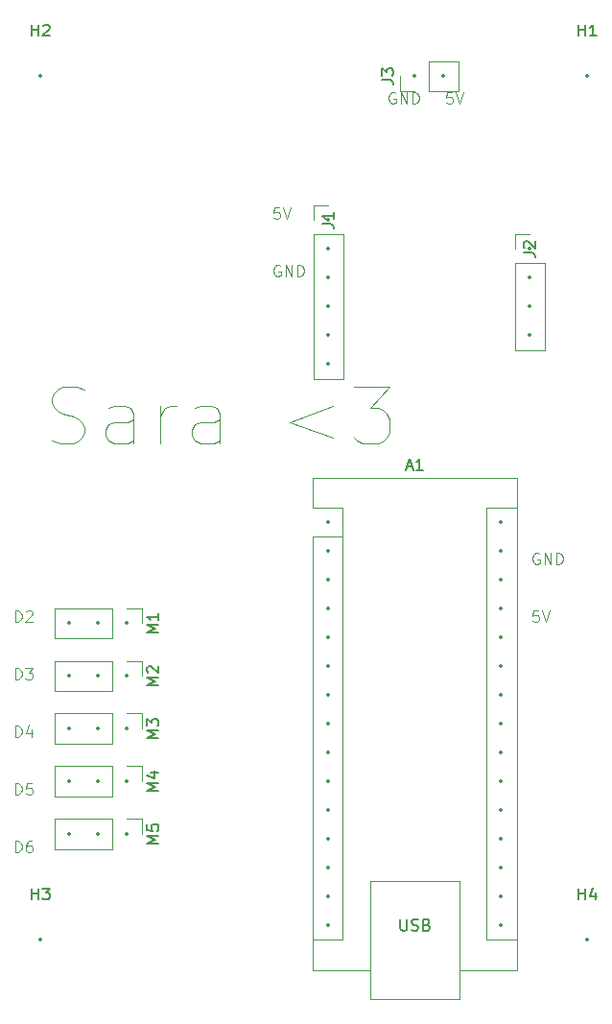
<source format=gto>
%TF.GenerationSoftware,KiCad,Pcbnew,8.0.4-8.0.4-0~ubuntu22.04.1*%
%TF.CreationDate,2024-08-11T20:10:20+02:00*%
%TF.ProjectId,PlaneController,506c616e-6543-46f6-9e74-726f6c6c6572,rev?*%
%TF.SameCoordinates,Original*%
%TF.FileFunction,Legend,Top*%
%TF.FilePolarity,Positive*%
%FSLAX46Y46*%
G04 Gerber Fmt 4.6, Leading zero omitted, Abs format (unit mm)*
G04 Created by KiCad (PCBNEW 8.0.4-8.0.4-0~ubuntu22.04.1) date 2024-08-11 20:10:20*
%MOMM*%
%LPD*%
G01*
G04 APERTURE LIST*
%ADD10C,0.100000*%
%ADD11C,0.150000*%
%ADD12C,0.120000*%
%ADD13C,0.350000*%
G04 APERTURE END LIST*
D10*
X122700074Y-80152419D02*
X122223884Y-80152419D01*
X122223884Y-80152419D02*
X122176265Y-80628609D01*
X122176265Y-80628609D02*
X122223884Y-80580990D01*
X122223884Y-80580990D02*
X122319122Y-80533371D01*
X122319122Y-80533371D02*
X122557217Y-80533371D01*
X122557217Y-80533371D02*
X122652455Y-80580990D01*
X122652455Y-80580990D02*
X122700074Y-80628609D01*
X122700074Y-80628609D02*
X122747693Y-80723847D01*
X122747693Y-80723847D02*
X122747693Y-80961942D01*
X122747693Y-80961942D02*
X122700074Y-81057180D01*
X122700074Y-81057180D02*
X122652455Y-81104800D01*
X122652455Y-81104800D02*
X122557217Y-81152419D01*
X122557217Y-81152419D02*
X122319122Y-81152419D01*
X122319122Y-81152419D02*
X122223884Y-81104800D01*
X122223884Y-81104800D02*
X122176265Y-81057180D01*
X123033408Y-80152419D02*
X123366741Y-81152419D01*
X123366741Y-81152419D02*
X123700074Y-80152419D01*
X76503884Y-86232419D02*
X76503884Y-85232419D01*
X76503884Y-85232419D02*
X76741979Y-85232419D01*
X76741979Y-85232419D02*
X76884836Y-85280038D01*
X76884836Y-85280038D02*
X76980074Y-85375276D01*
X76980074Y-85375276D02*
X77027693Y-85470514D01*
X77027693Y-85470514D02*
X77075312Y-85660990D01*
X77075312Y-85660990D02*
X77075312Y-85803847D01*
X77075312Y-85803847D02*
X77027693Y-85994323D01*
X77027693Y-85994323D02*
X76980074Y-86089561D01*
X76980074Y-86089561D02*
X76884836Y-86184800D01*
X76884836Y-86184800D02*
X76741979Y-86232419D01*
X76741979Y-86232419D02*
X76503884Y-86232419D01*
X77408646Y-85232419D02*
X78027693Y-85232419D01*
X78027693Y-85232419D02*
X77694360Y-85613371D01*
X77694360Y-85613371D02*
X77837217Y-85613371D01*
X77837217Y-85613371D02*
X77932455Y-85660990D01*
X77932455Y-85660990D02*
X77980074Y-85708609D01*
X77980074Y-85708609D02*
X78027693Y-85803847D01*
X78027693Y-85803847D02*
X78027693Y-86041942D01*
X78027693Y-86041942D02*
X77980074Y-86137180D01*
X77980074Y-86137180D02*
X77932455Y-86184800D01*
X77932455Y-86184800D02*
X77837217Y-86232419D01*
X77837217Y-86232419D02*
X77551503Y-86232419D01*
X77551503Y-86232419D02*
X77456265Y-86184800D01*
X77456265Y-86184800D02*
X77408646Y-86137180D01*
X79758169Y-65184800D02*
X80472455Y-65422895D01*
X80472455Y-65422895D02*
X81662931Y-65422895D01*
X81662931Y-65422895D02*
X82139122Y-65184800D01*
X82139122Y-65184800D02*
X82377217Y-64946704D01*
X82377217Y-64946704D02*
X82615312Y-64470514D01*
X82615312Y-64470514D02*
X82615312Y-63994323D01*
X82615312Y-63994323D02*
X82377217Y-63518133D01*
X82377217Y-63518133D02*
X82139122Y-63280038D01*
X82139122Y-63280038D02*
X81662931Y-63041942D01*
X81662931Y-63041942D02*
X80710550Y-62803847D01*
X80710550Y-62803847D02*
X80234360Y-62565752D01*
X80234360Y-62565752D02*
X79996265Y-62327657D01*
X79996265Y-62327657D02*
X79758169Y-61851466D01*
X79758169Y-61851466D02*
X79758169Y-61375276D01*
X79758169Y-61375276D02*
X79996265Y-60899085D01*
X79996265Y-60899085D02*
X80234360Y-60660990D01*
X80234360Y-60660990D02*
X80710550Y-60422895D01*
X80710550Y-60422895D02*
X81901027Y-60422895D01*
X81901027Y-60422895D02*
X82615312Y-60660990D01*
X86901027Y-65422895D02*
X86901027Y-62803847D01*
X86901027Y-62803847D02*
X86662932Y-62327657D01*
X86662932Y-62327657D02*
X86186741Y-62089561D01*
X86186741Y-62089561D02*
X85234360Y-62089561D01*
X85234360Y-62089561D02*
X84758170Y-62327657D01*
X86901027Y-65184800D02*
X86424836Y-65422895D01*
X86424836Y-65422895D02*
X85234360Y-65422895D01*
X85234360Y-65422895D02*
X84758170Y-65184800D01*
X84758170Y-65184800D02*
X84520074Y-64708609D01*
X84520074Y-64708609D02*
X84520074Y-64232419D01*
X84520074Y-64232419D02*
X84758170Y-63756228D01*
X84758170Y-63756228D02*
X85234360Y-63518133D01*
X85234360Y-63518133D02*
X86424836Y-63518133D01*
X86424836Y-63518133D02*
X86901027Y-63280038D01*
X89281980Y-65422895D02*
X89281980Y-62089561D01*
X89281980Y-63041942D02*
X89520075Y-62565752D01*
X89520075Y-62565752D02*
X89758170Y-62327657D01*
X89758170Y-62327657D02*
X90234361Y-62089561D01*
X90234361Y-62089561D02*
X90710551Y-62089561D01*
X94520075Y-65422895D02*
X94520075Y-62803847D01*
X94520075Y-62803847D02*
X94281980Y-62327657D01*
X94281980Y-62327657D02*
X93805789Y-62089561D01*
X93805789Y-62089561D02*
X92853408Y-62089561D01*
X92853408Y-62089561D02*
X92377218Y-62327657D01*
X94520075Y-65184800D02*
X94043884Y-65422895D01*
X94043884Y-65422895D02*
X92853408Y-65422895D01*
X92853408Y-65422895D02*
X92377218Y-65184800D01*
X92377218Y-65184800D02*
X92139122Y-64708609D01*
X92139122Y-64708609D02*
X92139122Y-64232419D01*
X92139122Y-64232419D02*
X92377218Y-63756228D01*
X92377218Y-63756228D02*
X92853408Y-63518133D01*
X92853408Y-63518133D02*
X94043884Y-63518133D01*
X94043884Y-63518133D02*
X94520075Y-63280038D01*
X104520076Y-62089561D02*
X100710552Y-63518133D01*
X100710552Y-63518133D02*
X104520076Y-64946704D01*
X106424837Y-60422895D02*
X109520075Y-60422895D01*
X109520075Y-60422895D02*
X107853409Y-62327657D01*
X107853409Y-62327657D02*
X108567694Y-62327657D01*
X108567694Y-62327657D02*
X109043885Y-62565752D01*
X109043885Y-62565752D02*
X109281980Y-62803847D01*
X109281980Y-62803847D02*
X109520075Y-63280038D01*
X109520075Y-63280038D02*
X109520075Y-64470514D01*
X109520075Y-64470514D02*
X109281980Y-64946704D01*
X109281980Y-64946704D02*
X109043885Y-65184800D01*
X109043885Y-65184800D02*
X108567694Y-65422895D01*
X108567694Y-65422895D02*
X107139123Y-65422895D01*
X107139123Y-65422895D02*
X106662932Y-65184800D01*
X106662932Y-65184800D02*
X106424837Y-64946704D01*
X122747693Y-75120038D02*
X122652455Y-75072419D01*
X122652455Y-75072419D02*
X122509598Y-75072419D01*
X122509598Y-75072419D02*
X122366741Y-75120038D01*
X122366741Y-75120038D02*
X122271503Y-75215276D01*
X122271503Y-75215276D02*
X122223884Y-75310514D01*
X122223884Y-75310514D02*
X122176265Y-75500990D01*
X122176265Y-75500990D02*
X122176265Y-75643847D01*
X122176265Y-75643847D02*
X122223884Y-75834323D01*
X122223884Y-75834323D02*
X122271503Y-75929561D01*
X122271503Y-75929561D02*
X122366741Y-76024800D01*
X122366741Y-76024800D02*
X122509598Y-76072419D01*
X122509598Y-76072419D02*
X122604836Y-76072419D01*
X122604836Y-76072419D02*
X122747693Y-76024800D01*
X122747693Y-76024800D02*
X122795312Y-75977180D01*
X122795312Y-75977180D02*
X122795312Y-75643847D01*
X122795312Y-75643847D02*
X122604836Y-75643847D01*
X123223884Y-76072419D02*
X123223884Y-75072419D01*
X123223884Y-75072419D02*
X123795312Y-76072419D01*
X123795312Y-76072419D02*
X123795312Y-75072419D01*
X124271503Y-76072419D02*
X124271503Y-75072419D01*
X124271503Y-75072419D02*
X124509598Y-75072419D01*
X124509598Y-75072419D02*
X124652455Y-75120038D01*
X124652455Y-75120038D02*
X124747693Y-75215276D01*
X124747693Y-75215276D02*
X124795312Y-75310514D01*
X124795312Y-75310514D02*
X124842931Y-75500990D01*
X124842931Y-75500990D02*
X124842931Y-75643847D01*
X124842931Y-75643847D02*
X124795312Y-75834323D01*
X124795312Y-75834323D02*
X124747693Y-75929561D01*
X124747693Y-75929561D02*
X124652455Y-76024800D01*
X124652455Y-76024800D02*
X124509598Y-76072419D01*
X124509598Y-76072419D02*
X124271503Y-76072419D01*
X76503884Y-81152419D02*
X76503884Y-80152419D01*
X76503884Y-80152419D02*
X76741979Y-80152419D01*
X76741979Y-80152419D02*
X76884836Y-80200038D01*
X76884836Y-80200038D02*
X76980074Y-80295276D01*
X76980074Y-80295276D02*
X77027693Y-80390514D01*
X77027693Y-80390514D02*
X77075312Y-80580990D01*
X77075312Y-80580990D02*
X77075312Y-80723847D01*
X77075312Y-80723847D02*
X77027693Y-80914323D01*
X77027693Y-80914323D02*
X76980074Y-81009561D01*
X76980074Y-81009561D02*
X76884836Y-81104800D01*
X76884836Y-81104800D02*
X76741979Y-81152419D01*
X76741979Y-81152419D02*
X76503884Y-81152419D01*
X77456265Y-80247657D02*
X77503884Y-80200038D01*
X77503884Y-80200038D02*
X77599122Y-80152419D01*
X77599122Y-80152419D02*
X77837217Y-80152419D01*
X77837217Y-80152419D02*
X77932455Y-80200038D01*
X77932455Y-80200038D02*
X77980074Y-80247657D01*
X77980074Y-80247657D02*
X78027693Y-80342895D01*
X78027693Y-80342895D02*
X78027693Y-80438133D01*
X78027693Y-80438133D02*
X77980074Y-80580990D01*
X77980074Y-80580990D02*
X77408646Y-81152419D01*
X77408646Y-81152419D02*
X78027693Y-81152419D01*
X76503884Y-101472419D02*
X76503884Y-100472419D01*
X76503884Y-100472419D02*
X76741979Y-100472419D01*
X76741979Y-100472419D02*
X76884836Y-100520038D01*
X76884836Y-100520038D02*
X76980074Y-100615276D01*
X76980074Y-100615276D02*
X77027693Y-100710514D01*
X77027693Y-100710514D02*
X77075312Y-100900990D01*
X77075312Y-100900990D02*
X77075312Y-101043847D01*
X77075312Y-101043847D02*
X77027693Y-101234323D01*
X77027693Y-101234323D02*
X76980074Y-101329561D01*
X76980074Y-101329561D02*
X76884836Y-101424800D01*
X76884836Y-101424800D02*
X76741979Y-101472419D01*
X76741979Y-101472419D02*
X76503884Y-101472419D01*
X77932455Y-100472419D02*
X77741979Y-100472419D01*
X77741979Y-100472419D02*
X77646741Y-100520038D01*
X77646741Y-100520038D02*
X77599122Y-100567657D01*
X77599122Y-100567657D02*
X77503884Y-100710514D01*
X77503884Y-100710514D02*
X77456265Y-100900990D01*
X77456265Y-100900990D02*
X77456265Y-101281942D01*
X77456265Y-101281942D02*
X77503884Y-101377180D01*
X77503884Y-101377180D02*
X77551503Y-101424800D01*
X77551503Y-101424800D02*
X77646741Y-101472419D01*
X77646741Y-101472419D02*
X77837217Y-101472419D01*
X77837217Y-101472419D02*
X77932455Y-101424800D01*
X77932455Y-101424800D02*
X77980074Y-101377180D01*
X77980074Y-101377180D02*
X78027693Y-101281942D01*
X78027693Y-101281942D02*
X78027693Y-101043847D01*
X78027693Y-101043847D02*
X77980074Y-100948609D01*
X77980074Y-100948609D02*
X77932455Y-100900990D01*
X77932455Y-100900990D02*
X77837217Y-100853371D01*
X77837217Y-100853371D02*
X77646741Y-100853371D01*
X77646741Y-100853371D02*
X77551503Y-100900990D01*
X77551503Y-100900990D02*
X77503884Y-100948609D01*
X77503884Y-100948609D02*
X77456265Y-101043847D01*
X110047693Y-34480038D02*
X109952455Y-34432419D01*
X109952455Y-34432419D02*
X109809598Y-34432419D01*
X109809598Y-34432419D02*
X109666741Y-34480038D01*
X109666741Y-34480038D02*
X109571503Y-34575276D01*
X109571503Y-34575276D02*
X109523884Y-34670514D01*
X109523884Y-34670514D02*
X109476265Y-34860990D01*
X109476265Y-34860990D02*
X109476265Y-35003847D01*
X109476265Y-35003847D02*
X109523884Y-35194323D01*
X109523884Y-35194323D02*
X109571503Y-35289561D01*
X109571503Y-35289561D02*
X109666741Y-35384800D01*
X109666741Y-35384800D02*
X109809598Y-35432419D01*
X109809598Y-35432419D02*
X109904836Y-35432419D01*
X109904836Y-35432419D02*
X110047693Y-35384800D01*
X110047693Y-35384800D02*
X110095312Y-35337180D01*
X110095312Y-35337180D02*
X110095312Y-35003847D01*
X110095312Y-35003847D02*
X109904836Y-35003847D01*
X110523884Y-35432419D02*
X110523884Y-34432419D01*
X110523884Y-34432419D02*
X111095312Y-35432419D01*
X111095312Y-35432419D02*
X111095312Y-34432419D01*
X111571503Y-35432419D02*
X111571503Y-34432419D01*
X111571503Y-34432419D02*
X111809598Y-34432419D01*
X111809598Y-34432419D02*
X111952455Y-34480038D01*
X111952455Y-34480038D02*
X112047693Y-34575276D01*
X112047693Y-34575276D02*
X112095312Y-34670514D01*
X112095312Y-34670514D02*
X112142931Y-34860990D01*
X112142931Y-34860990D02*
X112142931Y-35003847D01*
X112142931Y-35003847D02*
X112095312Y-35194323D01*
X112095312Y-35194323D02*
X112047693Y-35289561D01*
X112047693Y-35289561D02*
X111952455Y-35384800D01*
X111952455Y-35384800D02*
X111809598Y-35432419D01*
X111809598Y-35432419D02*
X111571503Y-35432419D01*
X76503884Y-91312419D02*
X76503884Y-90312419D01*
X76503884Y-90312419D02*
X76741979Y-90312419D01*
X76741979Y-90312419D02*
X76884836Y-90360038D01*
X76884836Y-90360038D02*
X76980074Y-90455276D01*
X76980074Y-90455276D02*
X77027693Y-90550514D01*
X77027693Y-90550514D02*
X77075312Y-90740990D01*
X77075312Y-90740990D02*
X77075312Y-90883847D01*
X77075312Y-90883847D02*
X77027693Y-91074323D01*
X77027693Y-91074323D02*
X76980074Y-91169561D01*
X76980074Y-91169561D02*
X76884836Y-91264800D01*
X76884836Y-91264800D02*
X76741979Y-91312419D01*
X76741979Y-91312419D02*
X76503884Y-91312419D01*
X77932455Y-90645752D02*
X77932455Y-91312419D01*
X77694360Y-90264800D02*
X77456265Y-90979085D01*
X77456265Y-90979085D02*
X78075312Y-90979085D01*
X99887693Y-49720038D02*
X99792455Y-49672419D01*
X99792455Y-49672419D02*
X99649598Y-49672419D01*
X99649598Y-49672419D02*
X99506741Y-49720038D01*
X99506741Y-49720038D02*
X99411503Y-49815276D01*
X99411503Y-49815276D02*
X99363884Y-49910514D01*
X99363884Y-49910514D02*
X99316265Y-50100990D01*
X99316265Y-50100990D02*
X99316265Y-50243847D01*
X99316265Y-50243847D02*
X99363884Y-50434323D01*
X99363884Y-50434323D02*
X99411503Y-50529561D01*
X99411503Y-50529561D02*
X99506741Y-50624800D01*
X99506741Y-50624800D02*
X99649598Y-50672419D01*
X99649598Y-50672419D02*
X99744836Y-50672419D01*
X99744836Y-50672419D02*
X99887693Y-50624800D01*
X99887693Y-50624800D02*
X99935312Y-50577180D01*
X99935312Y-50577180D02*
X99935312Y-50243847D01*
X99935312Y-50243847D02*
X99744836Y-50243847D01*
X100363884Y-50672419D02*
X100363884Y-49672419D01*
X100363884Y-49672419D02*
X100935312Y-50672419D01*
X100935312Y-50672419D02*
X100935312Y-49672419D01*
X101411503Y-50672419D02*
X101411503Y-49672419D01*
X101411503Y-49672419D02*
X101649598Y-49672419D01*
X101649598Y-49672419D02*
X101792455Y-49720038D01*
X101792455Y-49720038D02*
X101887693Y-49815276D01*
X101887693Y-49815276D02*
X101935312Y-49910514D01*
X101935312Y-49910514D02*
X101982931Y-50100990D01*
X101982931Y-50100990D02*
X101982931Y-50243847D01*
X101982931Y-50243847D02*
X101935312Y-50434323D01*
X101935312Y-50434323D02*
X101887693Y-50529561D01*
X101887693Y-50529561D02*
X101792455Y-50624800D01*
X101792455Y-50624800D02*
X101649598Y-50672419D01*
X101649598Y-50672419D02*
X101411503Y-50672419D01*
X99840074Y-44592419D02*
X99363884Y-44592419D01*
X99363884Y-44592419D02*
X99316265Y-45068609D01*
X99316265Y-45068609D02*
X99363884Y-45020990D01*
X99363884Y-45020990D02*
X99459122Y-44973371D01*
X99459122Y-44973371D02*
X99697217Y-44973371D01*
X99697217Y-44973371D02*
X99792455Y-45020990D01*
X99792455Y-45020990D02*
X99840074Y-45068609D01*
X99840074Y-45068609D02*
X99887693Y-45163847D01*
X99887693Y-45163847D02*
X99887693Y-45401942D01*
X99887693Y-45401942D02*
X99840074Y-45497180D01*
X99840074Y-45497180D02*
X99792455Y-45544800D01*
X99792455Y-45544800D02*
X99697217Y-45592419D01*
X99697217Y-45592419D02*
X99459122Y-45592419D01*
X99459122Y-45592419D02*
X99363884Y-45544800D01*
X99363884Y-45544800D02*
X99316265Y-45497180D01*
X100173408Y-44592419D02*
X100506741Y-45592419D01*
X100506741Y-45592419D02*
X100840074Y-44592419D01*
X115080074Y-34432419D02*
X114603884Y-34432419D01*
X114603884Y-34432419D02*
X114556265Y-34908609D01*
X114556265Y-34908609D02*
X114603884Y-34860990D01*
X114603884Y-34860990D02*
X114699122Y-34813371D01*
X114699122Y-34813371D02*
X114937217Y-34813371D01*
X114937217Y-34813371D02*
X115032455Y-34860990D01*
X115032455Y-34860990D02*
X115080074Y-34908609D01*
X115080074Y-34908609D02*
X115127693Y-35003847D01*
X115127693Y-35003847D02*
X115127693Y-35241942D01*
X115127693Y-35241942D02*
X115080074Y-35337180D01*
X115080074Y-35337180D02*
X115032455Y-35384800D01*
X115032455Y-35384800D02*
X114937217Y-35432419D01*
X114937217Y-35432419D02*
X114699122Y-35432419D01*
X114699122Y-35432419D02*
X114603884Y-35384800D01*
X114603884Y-35384800D02*
X114556265Y-35337180D01*
X115413408Y-34432419D02*
X115746741Y-35432419D01*
X115746741Y-35432419D02*
X116080074Y-34432419D01*
X76503884Y-96392419D02*
X76503884Y-95392419D01*
X76503884Y-95392419D02*
X76741979Y-95392419D01*
X76741979Y-95392419D02*
X76884836Y-95440038D01*
X76884836Y-95440038D02*
X76980074Y-95535276D01*
X76980074Y-95535276D02*
X77027693Y-95630514D01*
X77027693Y-95630514D02*
X77075312Y-95820990D01*
X77075312Y-95820990D02*
X77075312Y-95963847D01*
X77075312Y-95963847D02*
X77027693Y-96154323D01*
X77027693Y-96154323D02*
X76980074Y-96249561D01*
X76980074Y-96249561D02*
X76884836Y-96344800D01*
X76884836Y-96344800D02*
X76741979Y-96392419D01*
X76741979Y-96392419D02*
X76503884Y-96392419D01*
X77980074Y-95392419D02*
X77503884Y-95392419D01*
X77503884Y-95392419D02*
X77456265Y-95868609D01*
X77456265Y-95868609D02*
X77503884Y-95820990D01*
X77503884Y-95820990D02*
X77599122Y-95773371D01*
X77599122Y-95773371D02*
X77837217Y-95773371D01*
X77837217Y-95773371D02*
X77932455Y-95820990D01*
X77932455Y-95820990D02*
X77980074Y-95868609D01*
X77980074Y-95868609D02*
X78027693Y-95963847D01*
X78027693Y-95963847D02*
X78027693Y-96201942D01*
X78027693Y-96201942D02*
X77980074Y-96297180D01*
X77980074Y-96297180D02*
X77932455Y-96344800D01*
X77932455Y-96344800D02*
X77837217Y-96392419D01*
X77837217Y-96392419D02*
X77599122Y-96392419D01*
X77599122Y-96392419D02*
X77503884Y-96344800D01*
X77503884Y-96344800D02*
X77456265Y-96297180D01*
D11*
X111055714Y-67479104D02*
X111531904Y-67479104D01*
X110960476Y-67764819D02*
X111293809Y-66764819D01*
X111293809Y-66764819D02*
X111627142Y-67764819D01*
X112484285Y-67764819D02*
X111912857Y-67764819D01*
X112198571Y-67764819D02*
X112198571Y-66764819D01*
X112198571Y-66764819D02*
X112103333Y-66907676D01*
X112103333Y-66907676D02*
X112008095Y-67002914D01*
X112008095Y-67002914D02*
X111912857Y-67050533D01*
X110508095Y-107404819D02*
X110508095Y-108214342D01*
X110508095Y-108214342D02*
X110555714Y-108309580D01*
X110555714Y-108309580D02*
X110603333Y-108357200D01*
X110603333Y-108357200D02*
X110698571Y-108404819D01*
X110698571Y-108404819D02*
X110889047Y-108404819D01*
X110889047Y-108404819D02*
X110984285Y-108357200D01*
X110984285Y-108357200D02*
X111031904Y-108309580D01*
X111031904Y-108309580D02*
X111079523Y-108214342D01*
X111079523Y-108214342D02*
X111079523Y-107404819D01*
X111508095Y-108357200D02*
X111650952Y-108404819D01*
X111650952Y-108404819D02*
X111889047Y-108404819D01*
X111889047Y-108404819D02*
X111984285Y-108357200D01*
X111984285Y-108357200D02*
X112031904Y-108309580D01*
X112031904Y-108309580D02*
X112079523Y-108214342D01*
X112079523Y-108214342D02*
X112079523Y-108119104D01*
X112079523Y-108119104D02*
X112031904Y-108023866D01*
X112031904Y-108023866D02*
X111984285Y-107976247D01*
X111984285Y-107976247D02*
X111889047Y-107928628D01*
X111889047Y-107928628D02*
X111698571Y-107881009D01*
X111698571Y-107881009D02*
X111603333Y-107833390D01*
X111603333Y-107833390D02*
X111555714Y-107785771D01*
X111555714Y-107785771D02*
X111508095Y-107690533D01*
X111508095Y-107690533D02*
X111508095Y-107595295D01*
X111508095Y-107595295D02*
X111555714Y-107500057D01*
X111555714Y-107500057D02*
X111603333Y-107452438D01*
X111603333Y-107452438D02*
X111698571Y-107404819D01*
X111698571Y-107404819D02*
X111936666Y-107404819D01*
X111936666Y-107404819D02*
X112079523Y-107452438D01*
X112841428Y-107881009D02*
X112984285Y-107928628D01*
X112984285Y-107928628D02*
X113031904Y-107976247D01*
X113031904Y-107976247D02*
X113079523Y-108071485D01*
X113079523Y-108071485D02*
X113079523Y-108214342D01*
X113079523Y-108214342D02*
X113031904Y-108309580D01*
X113031904Y-108309580D02*
X112984285Y-108357200D01*
X112984285Y-108357200D02*
X112889047Y-108404819D01*
X112889047Y-108404819D02*
X112508095Y-108404819D01*
X112508095Y-108404819D02*
X112508095Y-107404819D01*
X112508095Y-107404819D02*
X112841428Y-107404819D01*
X112841428Y-107404819D02*
X112936666Y-107452438D01*
X112936666Y-107452438D02*
X112984285Y-107500057D01*
X112984285Y-107500057D02*
X113031904Y-107595295D01*
X113031904Y-107595295D02*
X113031904Y-107690533D01*
X113031904Y-107690533D02*
X112984285Y-107785771D01*
X112984285Y-107785771D02*
X112936666Y-107833390D01*
X112936666Y-107833390D02*
X112841428Y-107881009D01*
X112841428Y-107881009D02*
X112508095Y-107881009D01*
X121374819Y-48593333D02*
X122089104Y-48593333D01*
X122089104Y-48593333D02*
X122231961Y-48640952D01*
X122231961Y-48640952D02*
X122327200Y-48736190D01*
X122327200Y-48736190D02*
X122374819Y-48879047D01*
X122374819Y-48879047D02*
X122374819Y-48974285D01*
X121470057Y-48164761D02*
X121422438Y-48117142D01*
X121422438Y-48117142D02*
X121374819Y-48021904D01*
X121374819Y-48021904D02*
X121374819Y-47783809D01*
X121374819Y-47783809D02*
X121422438Y-47688571D01*
X121422438Y-47688571D02*
X121470057Y-47640952D01*
X121470057Y-47640952D02*
X121565295Y-47593333D01*
X121565295Y-47593333D02*
X121660533Y-47593333D01*
X121660533Y-47593333D02*
X121803390Y-47640952D01*
X121803390Y-47640952D02*
X122374819Y-48212380D01*
X122374819Y-48212380D02*
X122374819Y-47593333D01*
X77978095Y-29474819D02*
X77978095Y-28474819D01*
X77978095Y-28951009D02*
X78549523Y-28951009D01*
X78549523Y-29474819D02*
X78549523Y-28474819D01*
X78978095Y-28570057D02*
X79025714Y-28522438D01*
X79025714Y-28522438D02*
X79120952Y-28474819D01*
X79120952Y-28474819D02*
X79359047Y-28474819D01*
X79359047Y-28474819D02*
X79454285Y-28522438D01*
X79454285Y-28522438D02*
X79501904Y-28570057D01*
X79501904Y-28570057D02*
X79549523Y-28665295D01*
X79549523Y-28665295D02*
X79549523Y-28760533D01*
X79549523Y-28760533D02*
X79501904Y-28903390D01*
X79501904Y-28903390D02*
X78930476Y-29474819D01*
X78930476Y-29474819D02*
X79549523Y-29474819D01*
X77978095Y-105674819D02*
X77978095Y-104674819D01*
X77978095Y-105151009D02*
X78549523Y-105151009D01*
X78549523Y-105674819D02*
X78549523Y-104674819D01*
X78930476Y-104674819D02*
X79549523Y-104674819D01*
X79549523Y-104674819D02*
X79216190Y-105055771D01*
X79216190Y-105055771D02*
X79359047Y-105055771D01*
X79359047Y-105055771D02*
X79454285Y-105103390D01*
X79454285Y-105103390D02*
X79501904Y-105151009D01*
X79501904Y-105151009D02*
X79549523Y-105246247D01*
X79549523Y-105246247D02*
X79549523Y-105484342D01*
X79549523Y-105484342D02*
X79501904Y-105579580D01*
X79501904Y-105579580D02*
X79454285Y-105627200D01*
X79454285Y-105627200D02*
X79359047Y-105674819D01*
X79359047Y-105674819D02*
X79073333Y-105674819D01*
X79073333Y-105674819D02*
X78978095Y-105627200D01*
X78978095Y-105627200D02*
X78930476Y-105579580D01*
X89144819Y-86739523D02*
X88144819Y-86739523D01*
X88144819Y-86739523D02*
X88859104Y-86406190D01*
X88859104Y-86406190D02*
X88144819Y-86072857D01*
X88144819Y-86072857D02*
X89144819Y-86072857D01*
X88240057Y-85644285D02*
X88192438Y-85596666D01*
X88192438Y-85596666D02*
X88144819Y-85501428D01*
X88144819Y-85501428D02*
X88144819Y-85263333D01*
X88144819Y-85263333D02*
X88192438Y-85168095D01*
X88192438Y-85168095D02*
X88240057Y-85120476D01*
X88240057Y-85120476D02*
X88335295Y-85072857D01*
X88335295Y-85072857D02*
X88430533Y-85072857D01*
X88430533Y-85072857D02*
X88573390Y-85120476D01*
X88573390Y-85120476D02*
X89144819Y-85691904D01*
X89144819Y-85691904D02*
X89144819Y-85072857D01*
X108884819Y-33353333D02*
X109599104Y-33353333D01*
X109599104Y-33353333D02*
X109741961Y-33400952D01*
X109741961Y-33400952D02*
X109837200Y-33496190D01*
X109837200Y-33496190D02*
X109884819Y-33639047D01*
X109884819Y-33639047D02*
X109884819Y-33734285D01*
X108884819Y-32972380D02*
X108884819Y-32353333D01*
X108884819Y-32353333D02*
X109265771Y-32686666D01*
X109265771Y-32686666D02*
X109265771Y-32543809D01*
X109265771Y-32543809D02*
X109313390Y-32448571D01*
X109313390Y-32448571D02*
X109361009Y-32400952D01*
X109361009Y-32400952D02*
X109456247Y-32353333D01*
X109456247Y-32353333D02*
X109694342Y-32353333D01*
X109694342Y-32353333D02*
X109789580Y-32400952D01*
X109789580Y-32400952D02*
X109837200Y-32448571D01*
X109837200Y-32448571D02*
X109884819Y-32543809D01*
X109884819Y-32543809D02*
X109884819Y-32829523D01*
X109884819Y-32829523D02*
X109837200Y-32924761D01*
X109837200Y-32924761D02*
X109789580Y-32972380D01*
X89144819Y-91389523D02*
X88144819Y-91389523D01*
X88144819Y-91389523D02*
X88859104Y-91056190D01*
X88859104Y-91056190D02*
X88144819Y-90722857D01*
X88144819Y-90722857D02*
X89144819Y-90722857D01*
X88144819Y-90341904D02*
X88144819Y-89722857D01*
X88144819Y-89722857D02*
X88525771Y-90056190D01*
X88525771Y-90056190D02*
X88525771Y-89913333D01*
X88525771Y-89913333D02*
X88573390Y-89818095D01*
X88573390Y-89818095D02*
X88621009Y-89770476D01*
X88621009Y-89770476D02*
X88716247Y-89722857D01*
X88716247Y-89722857D02*
X88954342Y-89722857D01*
X88954342Y-89722857D02*
X89049580Y-89770476D01*
X89049580Y-89770476D02*
X89097200Y-89818095D01*
X89097200Y-89818095D02*
X89144819Y-89913333D01*
X89144819Y-89913333D02*
X89144819Y-90199047D01*
X89144819Y-90199047D02*
X89097200Y-90294285D01*
X89097200Y-90294285D02*
X89049580Y-90341904D01*
X89144819Y-100689523D02*
X88144819Y-100689523D01*
X88144819Y-100689523D02*
X88859104Y-100356190D01*
X88859104Y-100356190D02*
X88144819Y-100022857D01*
X88144819Y-100022857D02*
X89144819Y-100022857D01*
X88144819Y-99070476D02*
X88144819Y-99546666D01*
X88144819Y-99546666D02*
X88621009Y-99594285D01*
X88621009Y-99594285D02*
X88573390Y-99546666D01*
X88573390Y-99546666D02*
X88525771Y-99451428D01*
X88525771Y-99451428D02*
X88525771Y-99213333D01*
X88525771Y-99213333D02*
X88573390Y-99118095D01*
X88573390Y-99118095D02*
X88621009Y-99070476D01*
X88621009Y-99070476D02*
X88716247Y-99022857D01*
X88716247Y-99022857D02*
X88954342Y-99022857D01*
X88954342Y-99022857D02*
X89049580Y-99070476D01*
X89049580Y-99070476D02*
X89097200Y-99118095D01*
X89097200Y-99118095D02*
X89144819Y-99213333D01*
X89144819Y-99213333D02*
X89144819Y-99451428D01*
X89144819Y-99451428D02*
X89097200Y-99546666D01*
X89097200Y-99546666D02*
X89049580Y-99594285D01*
X89144819Y-96039523D02*
X88144819Y-96039523D01*
X88144819Y-96039523D02*
X88859104Y-95706190D01*
X88859104Y-95706190D02*
X88144819Y-95372857D01*
X88144819Y-95372857D02*
X89144819Y-95372857D01*
X88478152Y-94468095D02*
X89144819Y-94468095D01*
X88097200Y-94706190D02*
X88811485Y-94944285D01*
X88811485Y-94944285D02*
X88811485Y-94325238D01*
X126238095Y-29474819D02*
X126238095Y-28474819D01*
X126238095Y-28951009D02*
X126809523Y-28951009D01*
X126809523Y-29474819D02*
X126809523Y-28474819D01*
X127809523Y-29474819D02*
X127238095Y-29474819D01*
X127523809Y-29474819D02*
X127523809Y-28474819D01*
X127523809Y-28474819D02*
X127428571Y-28617676D01*
X127428571Y-28617676D02*
X127333333Y-28712914D01*
X127333333Y-28712914D02*
X127238095Y-28760533D01*
X126238095Y-105674819D02*
X126238095Y-104674819D01*
X126238095Y-105151009D02*
X126809523Y-105151009D01*
X126809523Y-105674819D02*
X126809523Y-104674819D01*
X127714285Y-105008152D02*
X127714285Y-105674819D01*
X127476190Y-104627200D02*
X127238095Y-105341485D01*
X127238095Y-105341485D02*
X127857142Y-105341485D01*
X103594819Y-46053333D02*
X104309104Y-46053333D01*
X104309104Y-46053333D02*
X104451961Y-46100952D01*
X104451961Y-46100952D02*
X104547200Y-46196190D01*
X104547200Y-46196190D02*
X104594819Y-46339047D01*
X104594819Y-46339047D02*
X104594819Y-46434285D01*
X104594819Y-45053333D02*
X104594819Y-45624761D01*
X104594819Y-45339047D02*
X103594819Y-45339047D01*
X103594819Y-45339047D02*
X103737676Y-45434285D01*
X103737676Y-45434285D02*
X103832914Y-45529523D01*
X103832914Y-45529523D02*
X103880533Y-45624761D01*
X89144819Y-82089523D02*
X88144819Y-82089523D01*
X88144819Y-82089523D02*
X88859104Y-81756190D01*
X88859104Y-81756190D02*
X88144819Y-81422857D01*
X88144819Y-81422857D02*
X89144819Y-81422857D01*
X89144819Y-80422857D02*
X89144819Y-80994285D01*
X89144819Y-80708571D02*
X88144819Y-80708571D01*
X88144819Y-80708571D02*
X88287676Y-80803809D01*
X88287676Y-80803809D02*
X88382914Y-80899047D01*
X88382914Y-80899047D02*
X88430533Y-80994285D01*
D12*
%TO.C,A1*%
X102750000Y-68450000D02*
X102750000Y-71120000D01*
X102750000Y-73660000D02*
X102750000Y-111890000D01*
X102750000Y-111890000D02*
X107830000Y-111890000D01*
X105420000Y-71120000D02*
X102750000Y-71120000D01*
X105420000Y-73660000D02*
X102750000Y-73660000D01*
X105420000Y-73660000D02*
X105420000Y-71120000D01*
X105420000Y-73660000D02*
X105420000Y-109220000D01*
X105420000Y-109220000D02*
X102750000Y-109220000D01*
X107830000Y-104010000D02*
X115710000Y-104010000D01*
X107830000Y-114430000D02*
X107830000Y-104010000D01*
X115710000Y-104010000D02*
X115710000Y-114430000D01*
X115710000Y-114430000D02*
X107830000Y-114430000D01*
X118120000Y-71120000D02*
X118120000Y-109220000D01*
X118120000Y-71120000D02*
X120790000Y-71120000D01*
X118120000Y-109220000D02*
X120790000Y-109220000D01*
X120790000Y-68450000D02*
X102750000Y-68450000D01*
X120790000Y-111890000D02*
X115710000Y-111890000D01*
X120790000Y-111890000D02*
X120790000Y-68450000D01*
%TO.C,J2*%
X120590000Y-46930000D02*
X121920000Y-46930000D01*
X120590000Y-48260000D02*
X120590000Y-46930000D01*
X120590000Y-49530000D02*
X120590000Y-57210000D01*
X120590000Y-49530000D02*
X123250000Y-49530000D01*
X120590000Y-57210000D02*
X123250000Y-57210000D01*
X123250000Y-49530000D02*
X123250000Y-57210000D01*
%TO.C,M2*%
X79950000Y-84600000D02*
X79950000Y-87260000D01*
X85090000Y-84600000D02*
X79950000Y-84600000D01*
X85090000Y-84600000D02*
X85090000Y-87260000D01*
X85090000Y-87260000D02*
X79950000Y-87260000D01*
X86360000Y-84600000D02*
X87690000Y-84600000D01*
X87690000Y-84600000D02*
X87690000Y-85930000D01*
%TO.C,J3*%
X110430000Y-34350000D02*
X110430000Y-33020000D01*
X111760000Y-34350000D02*
X110430000Y-34350000D01*
X113030000Y-31690000D02*
X115630000Y-31690000D01*
X113030000Y-34350000D02*
X113030000Y-31690000D01*
X113030000Y-34350000D02*
X115630000Y-34350000D01*
X115630000Y-34350000D02*
X115630000Y-31690000D01*
%TO.C,M3*%
X79950000Y-89250000D02*
X79950000Y-91910000D01*
X85090000Y-89250000D02*
X79950000Y-89250000D01*
X85090000Y-89250000D02*
X85090000Y-91910000D01*
X85090000Y-91910000D02*
X79950000Y-91910000D01*
X86360000Y-89250000D02*
X87690000Y-89250000D01*
X87690000Y-89250000D02*
X87690000Y-90580000D01*
%TO.C,M5*%
X79950000Y-98550000D02*
X79950000Y-101210000D01*
X85090000Y-98550000D02*
X79950000Y-98550000D01*
X85090000Y-98550000D02*
X85090000Y-101210000D01*
X85090000Y-101210000D02*
X79950000Y-101210000D01*
X86360000Y-98550000D02*
X87690000Y-98550000D01*
X87690000Y-98550000D02*
X87690000Y-99880000D01*
%TO.C,M4*%
X79950000Y-93900000D02*
X79950000Y-96560000D01*
X85090000Y-93900000D02*
X79950000Y-93900000D01*
X85090000Y-93900000D02*
X85090000Y-96560000D01*
X85090000Y-96560000D02*
X79950000Y-96560000D01*
X86360000Y-93900000D02*
X87690000Y-93900000D01*
X87690000Y-93900000D02*
X87690000Y-95230000D01*
%TO.C,J1*%
X102810000Y-44390000D02*
X104140000Y-44390000D01*
X102810000Y-45720000D02*
X102810000Y-44390000D01*
X102810000Y-46990000D02*
X102810000Y-59750000D01*
X102810000Y-46990000D02*
X105470000Y-46990000D01*
X102810000Y-59750000D02*
X105470000Y-59750000D01*
X105470000Y-46990000D02*
X105470000Y-59750000D01*
%TO.C,M1*%
X79950000Y-79950000D02*
X79950000Y-82610000D01*
X85090000Y-79950000D02*
X79950000Y-79950000D01*
X85090000Y-79950000D02*
X85090000Y-82610000D01*
X85090000Y-82610000D02*
X79950000Y-82610000D01*
X86360000Y-79950000D02*
X87690000Y-79950000D01*
X87690000Y-79950000D02*
X87690000Y-81280000D01*
%TD*%
D13*
X104150000Y-72390000D03*
X104150000Y-74930000D03*
X104150000Y-77470000D03*
X104150000Y-80010000D03*
X104150000Y-82550000D03*
X104150000Y-85090000D03*
X104150000Y-87630000D03*
X104150000Y-90170000D03*
X104150000Y-92710000D03*
X104150000Y-95250000D03*
X104150000Y-97790000D03*
X104150000Y-100330000D03*
X104150000Y-102870000D03*
X104150000Y-105410000D03*
X104150000Y-107950000D03*
X119390000Y-107950000D03*
X119390000Y-105410000D03*
X119390000Y-102870000D03*
X119390000Y-100330000D03*
X119390000Y-97790000D03*
X119390000Y-95250000D03*
X119390000Y-92710000D03*
X119390000Y-90170000D03*
X119390000Y-87630000D03*
X119390000Y-85090000D03*
X119390000Y-82550000D03*
X119390000Y-80010000D03*
X119390000Y-77470000D03*
X119390000Y-74930000D03*
X119390000Y-72390000D03*
X121920000Y-48260000D03*
X121920000Y-50800000D03*
X121920000Y-53340000D03*
X121920000Y-55880000D03*
X78740000Y-33020000D03*
X78740000Y-109220000D03*
X86360000Y-85930000D03*
X83820000Y-85930000D03*
X81280000Y-85930000D03*
X111760000Y-33020000D03*
X114300000Y-33020000D03*
X86360000Y-90580000D03*
X83820000Y-90580000D03*
X81280000Y-90580000D03*
X86360000Y-99880000D03*
X83820000Y-99880000D03*
X81280000Y-99880000D03*
X86360000Y-95230000D03*
X83820000Y-95230000D03*
X81280000Y-95230000D03*
X127000000Y-33020000D03*
X127000000Y-109220000D03*
X104140000Y-45720000D03*
X104140000Y-48260000D03*
X104140000Y-50800000D03*
X104140000Y-53340000D03*
X104140000Y-55880000D03*
X104140000Y-58420000D03*
X86360000Y-81280000D03*
X83820000Y-81280000D03*
X81280000Y-81280000D03*
M02*

</source>
